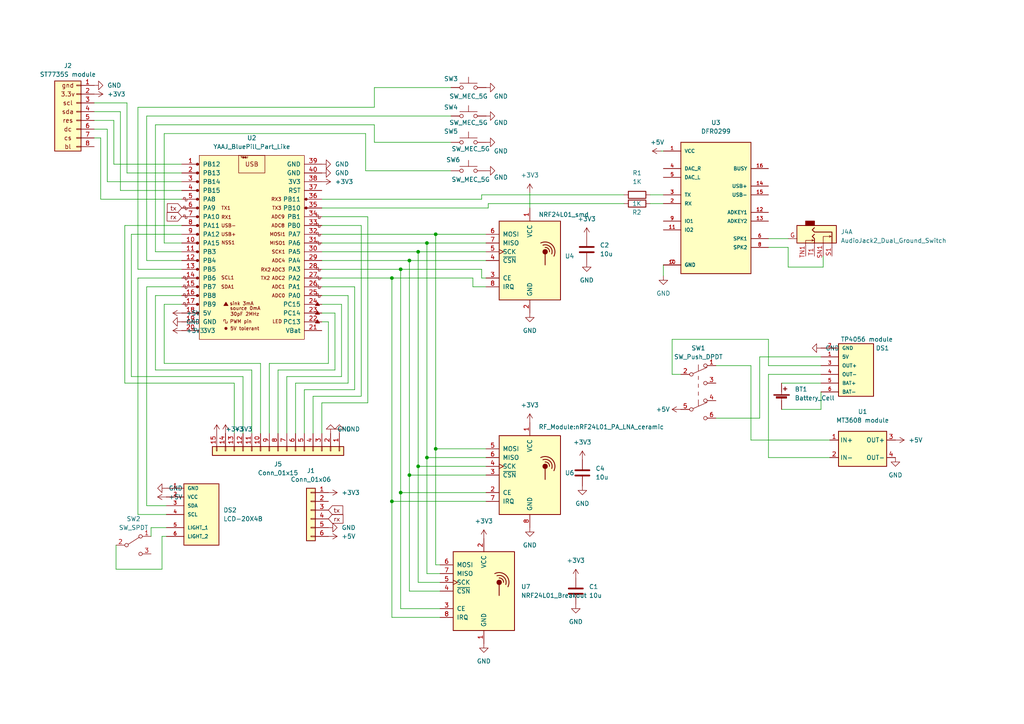
<source format=kicad_sch>
(kicad_sch (version 20230121) (generator eeschema)
  (paper "A4")
  (lib_symbols
    (symbol "Connector_Audio:AudioJack2_Dual_Ground_Switch"
      (property "Reference" "J" (at 0 11.43 0))
      (property "Value" "AudioJack2_Dual_Ground_Switch" (at 0 8.89 0))
      (symbol "AudioJack2_Dual_Ground_Switch_1_1"
        (pin passive line (at 0 -7.62 90) (length 2.54) (name "~") (number "G"))
        (pin passive line (at 5.08 5.08 180) (length 2.54) (name "~") (number "S1"))
        (pin passive line (at 5.08 2.54 180) (length 2.54) (name "~") (number "SN1"))
        (pin passive line (at 5.08 0 180) (length 2.54) (name "~") (number "T1"))
        (pin passive line (at 5.08 -2.54 180) (length 2.54) (name "~") (number "TN1"))
      )
      (symbol "AudioJack2_Dual_Ground_Switch_2_1"
        (pin passive line (at 5.08 5.08 180) (length 2.54) (name "~") (number "S2"))
        (pin passive line (at 5.08 2.54 180) (length 2.54) (name "~") (number "SN2"))
        (pin passive line (at 5.08 0 180) (length 2.54) (name "~") (number "T2"))
        (pin passive line (at 5.08 -2.54 180) (length 2.54) (name "~") (number "TN2"))
      )
    )
    (symbol "Connector_Generic:Conn_01x06" (pin_names (offset 1.016) hide)
      (property "Reference" "J" (at 0 7.62 0))
      (property "Value" "Conn_01x06" (at 0 -10.16 0))
      (symbol "Conn_01x06_1_1"
        (pin passive line (at -5.08 5.08 0) (length 3.81) (name "Pin_1") (number "1"))
        (pin passive line (at -5.08 2.54 0) (length 3.81) (name "Pin_2") (number "2"))
        (pin passive line (at -5.08 0 0) (length 3.81) (name "Pin_3") (number "3"))
        (pin passive line (at -5.08 -2.54 0) (length 3.81) (name "Pin_4") (number "4"))
        (pin passive line (at -5.08 -5.08 0) (length 3.81) (name "Pin_5") (number "5"))
        (pin passive line (at -5.08 -7.62 0) (length 3.81) (name "Pin_6") (number "6"))
      )
    )
    (symbol "Connector_Generic:Conn_01x15" (pin_names (offset 1.016) hide)
      (property "Reference" "J" (at 0 20.32 0))
      (property "Value" "Conn_01x15" (at 0 -20.32 0))
      (symbol "Conn_01x15_1_1"
        (pin passive line (at -5.08 17.78 0) (length 3.81) (name "Pin_1") (number "1"))
        (pin passive line (at -5.08 -5.08 0) (length 3.81) (name "Pin_10") (number "10"))
        (pin passive line (at -5.08 -7.62 0) (length 3.81) (name "Pin_11") (number "11"))
        (pin passive line (at -5.08 -10.16 0) (length 3.81) (name "Pin_12") (number "12"))
        (pin passive line (at -5.08 -12.7 0) (length 3.81) (name "Pin_13") (number "13"))
        (pin passive line (at -5.08 -15.24 0) (length 3.81) (name "Pin_14") (number "14"))
        (pin passive line (at -5.08 -17.78 0) (length 3.81) (name "Pin_15") (number "15"))
        (pin passive line (at -5.08 15.24 0) (length 3.81) (name "Pin_2") (number "2"))
        (pin passive line (at -5.08 12.7 0) (length 3.81) (name "Pin_3") (number "3"))
        (pin passive line (at -5.08 10.16 0) (length 3.81) (name "Pin_4") (number "4"))
        (pin passive line (at -5.08 7.62 0) (length 3.81) (name "Pin_5") (number "5"))
        (pin passive line (at -5.08 5.08 0) (length 3.81) (name "Pin_6") (number "6"))
        (pin passive line (at -5.08 2.54 0) (length 3.81) (name "Pin_7") (number "7"))
        (pin passive line (at -5.08 0 0) (length 3.81) (name "Pin_8") (number "8"))
        (pin passive line (at -5.08 -2.54 0) (length 3.81) (name "Pin_9") (number "9"))
      )
    )
    (symbol "DFR0299:DFR0299" (pin_names (offset 1.016))
      (property "Reference" "U" (at -10.16 18.542 0))
      (property "Value" "DFR0299" (at -10.16 -22.86 0))
      (symbol "DFR0299_0_0"
        (pin power_in line (at 15.24 15.24 180) (length 5.08) (name "VCC") (number "1"))
        (pin power_in line (at 15.24 -17.78 180) (length 5.08) (name "GND") (number "10"))
        (pin bidirectional line (at 15.24 -7.62 180) (length 5.08) (name "IO2") (number "11"))
        (pin input line (at -15.24 -2.54 0) (length 5.08) (name "ADKEY1") (number "12"))
        (pin input line (at -15.24 -5.08 0) (length 5.08) (name "ADKEY2") (number "13"))
        (pin input line (at -15.24 5.08 0) (length 5.08) (name "USB+") (number "14"))
        (pin input line (at -15.24 2.54 0) (length 5.08) (name "USB-") (number "15"))
        (pin input line (at -15.24 10.16 0) (length 5.08) (name "BUSY") (number "16"))
        (pin input line (at 15.24 0 180) (length 5.08) (name "RX") (number "2"))
        (pin output line (at 15.24 2.54 180) (length 5.08) (name "TX") (number "3"))
        (pin output line (at 15.24 10.16 180) (length 5.08) (name "DAC_R") (number "4"))
        (pin output line (at 15.24 7.62 180) (length 5.08) (name "DAC_L") (number "5"))
        (pin passive line (at -15.24 -10.16 0) (length 5.08) (name "SPK1") (number "6"))
        (pin power_in line (at 15.24 -17.78 180) (length 5.08) (name "GND") (number "7"))
        (pin passive line (at -15.24 -12.7 0) (length 5.08) (name "SPK2") (number "8"))
        (pin bidirectional line (at 15.24 -5.08 180) (length 5.08) (name "IO1") (number "9"))
      )
    )
    (symbol "Device:Battery_Cell" (pin_numbers hide) (pin_names (offset 0) hide)
      (property "Reference" "BT" (at 2.54 2.54 0))
      (property "Value" "Battery_Cell" (at 2.54 0 0))
      (symbol "Battery_Cell_1_1"
        (pin passive line (at 0 5.08 270) (length 2.54) (name "+") (number "1"))
        (pin passive line (at 0 -2.54 90) (length 2.54) (name "-") (number "2"))
      )
    )
    (symbol "Device:C" (pin_numbers hide) (pin_names (offset 0.254))
      (property "Reference" "C" (at 0.635 2.54 0))
      (property "Value" "C" (at 0.635 -2.54 0))
      (symbol "C_1_1"
        (pin passive line (at 0 3.81 270) (length 2.794) (name "~") (number "1"))
        (pin passive line (at 0 -3.81 90) (length 2.794) (name "~") (number "2"))
      )
    )
    (symbol "Device:R" (pin_numbers hide) (pin_names (offset 0))
      (property "Reference" "R" (at 2.032 0 90))
      (property "Value" "R" (at 0 0 90))
      (symbol "R_1_1"
        (pin passive line (at 0 3.81 270) (length 1.27) (name "~") (number "1"))
        (pin passive line (at 0 -3.81 90) (length 1.27) (name "~") (number "2"))
      )
    )
    (symbol "LCD-20X4B:LCD-20X4B" (pin_names (offset 1.016))
      (property "Reference" "DS1" (at 0 23.495 0))
      (property "Value" "LCD-20X4B" (at 0 20.955 0))
      (symbol "LCD-20X4B_0_0"
        (pin power_in line (at -17.78 16.51 0) (length 5.08) (name "GND") (number "1"))
        (pin power_in line (at -17.78 13.97 0) (length 5.08) (name "VCC") (number "2"))
        (pin power_in line (at -17.78 11.43 0) (length 5.08) (name "SDA") (number "3"))
        (pin input line (at -17.78 8.89 0) (length 5.08) (name "SCL") (number "4"))
        (pin power_in line (at -17.78 5.08 0) (length 5.08) (name "LIGHT_1") (number "5"))
        (pin power_in line (at -17.78 2.54 0) (length 5.08) (name "LIGHT_2") (number "6"))
      )
    )
    (symbol "LCD-20X4B_1" (pin_names (offset 1.016))
      (property "Reference" "DS2" (at 14.605 1.2701 0))
      (property "Value" "TP4056 module" (at 14.605 -1.2699 0))
      (symbol "LCD-20X4B_1_0_0"
        (pin power_in line (at -17.78 13.97 0) (length 5.08) (name "5V") (number "1"))
        (pin power_in line (at -17.78 16.51 0) (length 5.08) (name "GND") (number "2"))
        (pin power_in line (at -17.78 11.43 0) (length 5.08) (name "OUT+") (number "3"))
        (pin power_in line (at -17.78 8.89 0) (length 5.08) (name "OUT-") (number "4"))
        (pin power_in line (at -17.78 6.35 0) (length 5.08) (name "BAT+") (number "5"))
        (pin input line (at -17.78 3.81 0) (length 5.08) (name "BAT-") (number "6"))
      )
    )
    (symbol "RF2:NRF24L01_smd" (pin_names (offset 1.016))
      (property "Reference" "U2" (at 10.16 1.2701 0))
      (property "Value" "NRF24L01_smd" (at 10.16 -1.2699 0))
      (symbol "NRF24L01_smd_1_1"
        (pin power_in line (at 0 15.24 270) (length 3.81) (name "VCC") (number "1"))
        (pin power_in line (at 0 -15.24 90) (length 3.81) (name "GND") (number "2"))
        (pin input line (at -12.7 -5.08 0) (length 3.81) (name "CE") (number "3"))
        (pin input line (at -12.7 0 0) (length 3.81) (name "~{CSN}") (number "4"))
        (pin input clock (at -12.7 2.54 0) (length 3.81) (name "SCK") (number "5"))
        (pin input line (at -12.7 7.62 0) (length 3.81) (name "MOSI") (number "6"))
        (pin output line (at -12.7 5.08 0) (length 3.81) (name "MISO") (number "7"))
        (pin output line (at -12.7 -7.62 0) (length 3.81) (name "IRQ") (number "8"))
      )
    )
    (symbol "RF:NRF24L01_Breakout" (pin_names (offset 1.016))
      (property "Reference" "U" (at -8.89 12.7 0))
      (property "Value" "NRF24L01_Breakout" (at 3.81 12.7 0))
      (symbol "NRF24L01_Breakout_1_1"
        (pin power_in line (at 0 -15.24 90) (length 3.81) (name "GND") (number "1"))
        (pin power_in line (at 0 15.24 270) (length 3.81) (name "VCC") (number "2"))
        (pin input line (at -12.7 -5.08 0) (length 3.81) (name "CE") (number "3"))
        (pin input line (at -12.7 0 0) (length 3.81) (name "~{CSN}") (number "4"))
        (pin input clock (at -12.7 2.54 0) (length 3.81) (name "SCK") (number "5"))
        (pin input line (at -12.7 7.62 0) (length 3.81) (name "MOSI") (number "6"))
        (pin output line (at -12.7 5.08 0) (length 3.81) (name "MISO") (number "7"))
        (pin output line (at -12.7 -7.62 0) (length 3.81) (name "IRQ") (number "8"))
      )
    )
    (symbol "Regulator_Switching:MT3608"
      (property "Reference" "U1" (at 1.905 10.16 0))
      (property "Value" "MT3608 module" (at 1.905 7.62 0))
      (symbol "MT3608_1_1"
        (pin power_in line (at -7.62 2.54 0) (length 2.54) (name "IN+") (number "1"))
        (pin input line (at -7.62 -2.54 0) (length 2.54) (name "IN-") (number "2"))
        (pin passive line (at 11.43 2.54 180) (length 2.54) (name "OUT+") (number "3"))
        (pin input line (at 11.43 -2.54 180) (length 2.54) (name "OUT-") (number "4"))
      )
    )
    (symbol "Switch:SW_MEC_5G" (pin_numbers hide) (pin_names (offset 1.016) hide)
      (property "Reference" "SW3" (at 0 8.255 0))
      (property "Value" "SW_MEC_5G" (at 0 5.715 0))
      (symbol "SW_MEC_5G_0_1"
        (pin passive line (at -5.08 0 0) (length 2.54) (name "A") (number "1"))
        (pin passive line (at 5.08 0 180) (length 2.54) (name "B") (number "2"))
      )
      (symbol "SW_MEC_5G_1_1"
        (pin passive line (at -5.08 0 0) (length 2.54) hide (name "A") (number "1"))
        (pin passive line (at 5.08 0 180) (length 2.54) hide (name "B") (number "2"))
      )
    )
    (symbol "Switch:SW_Push_DPDT" (pin_names (offset 0) hide)
      (property "Reference" "SW" (at 0 8.89 0))
      (property "Value" "SW_Push_DPDT" (at 0 -10.16 0))
      (symbol "SW_Push_DPDT_1_1"
        (pin passive line (at 5.08 7.62 180) (length 2.54) (name "A") (number "1"))
        (pin passive line (at -5.08 5.08 0) (length 2.54) (name "B") (number "2"))
        (pin passive line (at 5.08 2.54 180) (length 2.54) (name "C") (number "3"))
        (pin passive line (at 5.08 -2.54 180) (length 2.54) (name "A") (number "4"))
        (pin passive line (at -5.08 -5.08 0) (length 2.54) (name "B") (number "5"))
        (pin passive line (at 5.08 -7.62 180) (length 2.54) (name "C") (number "6"))
      )
    )
    (symbol "Switch:SW_SPDT" (pin_names (offset 0) hide)
      (property "Reference" "SW" (at 0 4.318 0))
      (property "Value" "SW_SPDT" (at 0 -5.08 0))
      (symbol "SW_SPDT_1_1"
        (pin passive line (at 5.08 2.54 180) (length 2.54) (name "A") (number "1"))
        (pin passive line (at -5.08 0 0) (length 2.54) (name "B") (number "2"))
        (pin passive line (at 5.08 -2.54 180) (length 2.54) (name "C") (number "3"))
      )
    )
    (symbol "YAAJ_BluePill_Part_Like:YAAJ_BluePill_Part_Like" (pin_names (offset 1.016))
      (property "Reference" "U" (at -12.7 25.4 0))
      (property "Value" "YAAJ_BluePill_Part_Like" (at 0 2.54 90))
      (symbol "YAAJ_BluePill_Part_Like_0_0"
        (text "30pF 2MHz" (at -2.032 -20.574 0) (effects (font (size 0.9906 0.9906))))
        (text "5V tolerant" (at -2.032 -24.765 0) (effects (font (size 0.9906 0.9906))))
        (text "ADC0" (at 7.747 -15.24 0) (effects (font (size 0.9906 0.9906))))
        (text "ADC1" (at 7.747 -12.7 0) (effects (font (size 0.9906 0.9906))))
        (text "ADC2" (at 7.747 -10.16 0) (effects (font (size 0.9906 0.9906))))
        (text "ADC3" (at 7.747 -7.747 0) (effects (font (size 0.9906 0.9906))))
        (text "ADC4" (at 7.747 -5.08 0) (effects (font (size 0.9906 0.9906))))
        (text "ADC8" (at 7.62 5.08 0) (effects (font (size 0.9906 0.9906))))
        (text "ADC9" (at 7.62 7.62 0) (effects (font (size 0.9906 0.9906))))
        (text "LED" (at 7.366 -22.733 0) (effects (font (size 0.9906 0.9906))))
        (text "MISO1" (at 7.493 0 0) (effects (font (size 0.9906 0.9906))))
        (text "MOSI1" (at 7.493 2.54 0) (effects (font (size 0.9906 0.9906))))
        (text "NSS1" (at -6.858 0.127 0) (effects (font (size 0.9906 0.9906))))
        (text "PWM pin" (at -3.175 -22.733 0) (effects (font (size 0.9906 0.9906))))
        (text "RX1" (at -7.366 7.493 0) (effects (font (size 0.9906 0.9906))))
        (text "RX2" (at 4.064 -7.747 0) (effects (font (size 0.9906 0.9906))))
        (text "RX3" (at 7.112 12.7 0) (effects (font (size 0.9906 0.9906))))
        (text "SCK1" (at 7.747 -2.54 0) (effects (font (size 0.9906 0.9906))))
        (text "SCL1" (at -6.985 -10.033 0) (effects (font (size 0.9906 0.9906))))
        (text "SDA1" (at -6.985 -12.7 0) (effects (font (size 0.9906 0.9906))))
        (text "sink 3mA" (at -2.921 -17.526 0) (effects (font (size 0.9906 0.9906))))
        (text "source 0mA" (at -1.905 -18.923 0) (effects (font (size 0.9906 0.9906))))
        (text "TX1" (at -7.493 10.16 0) (effects (font (size 0.9906 0.9906))))
        (text "TX2" (at 3.937 -10.16 0) (effects (font (size 0.9906 0.9906))))
        (text "TX3" (at 7.239 10.16 0) (effects (font (size 0.9906 0.9906))))
        (text "USB" (at 0 22.86 0) (effects (font (size 1.27 1.27))))
        (text "USB+" (at -6.731 2.54 0) (effects (font (size 0.9906 0.9906))))
        (text "USB-" (at -6.731 5.08 0) (effects (font (size 0.9906 0.9906))))
        (text "Y@@J" (at -2.159 24.892 0) (effects (font (size 0.508 0.508))))
      )
      (symbol "YAAJ_BluePill_Part_Like_1_1"
        (pin bidirectional line (at -20.32 22.86 0) (length 5.08) (name "PB12") (number "1"))
        (pin bidirectional line (at -20.32 0 0) (length 5.08) (name "PA15") (number "10"))
        (pin bidirectional line (at -20.32 -2.54 0) (length 5.08) (name "PB3") (number "11"))
        (pin bidirectional line (at -20.32 -5.08 0) (length 5.08) (name "PB4") (number "12"))
        (pin bidirectional line (at -20.32 -7.62 0) (length 5.08) (name "PB5") (number "13"))
        (pin bidirectional line (at -20.32 -10.16 0) (length 5.08) (name "PB6") (number "14"))
        (pin bidirectional line (at -20.32 -12.7 0) (length 5.08) (name "PB7") (number "15"))
        (pin bidirectional line (at -20.32 -15.24 0) (length 5.08) (name "PB8") (number "16"))
        (pin bidirectional line (at -20.32 -17.78 0) (length 5.08) (name "PB9") (number "17"))
        (pin power_in line (at -20.32 -20.32 0) (length 5.08) (name "5V") (number "18"))
        (pin power_in line (at -20.32 -22.86 0) (length 5.08) (name "GND") (number "19"))
        (pin bidirectional line (at -20.32 20.32 0) (length 5.08) (name "PB13") (number "2"))
        (pin power_in line (at -20.32 -25.4 0) (length 5.08) (name "3V3") (number "20"))
        (pin power_in line (at 20.32 -25.4 180) (length 5.08) (name "VBat") (number "21"))
        (pin bidirectional line (at 20.32 -22.86 180) (length 5.08) (name "PC13") (number "22"))
        (pin bidirectional line (at 20.32 -20.32 180) (length 5.08) (name "PC14") (number "23"))
        (pin bidirectional line (at 20.32 -17.78 180) (length 5.08) (name "PC15") (number "24"))
        (pin bidirectional line (at 20.32 -15.24 180) (length 5.08) (name "PA0") (number "25"))
        (pin bidirectional line (at 20.32 -12.7 180) (length 5.08) (name "PA1") (number "26"))
        (pin bidirectional line (at 20.32 -10.16 180) (length 5.08) (name "PA2") (number "27"))
        (pin bidirectional line (at 20.32 -7.62 180) (length 5.08) (name "PA3") (number "28"))
        (pin bidirectional line (at 20.32 -5.08 180) (length 5.08) (name "PA4") (number "29"))
        (pin bidirectional line (at -20.32 17.78 0) (length 5.08) (name "PB14") (number "3"))
        (pin bidirectional line (at 20.32 -2.54 180) (length 5.08) (name "PA5") (number "30"))
        (pin bidirectional line (at 20.32 0 180) (length 5.08) (name "PA6") (number "31"))
        (pin bidirectional line (at 20.32 2.54 180) (length 5.08) (name "PA7") (number "32"))
        (pin bidirectional line (at 20.32 5.08 180) (length 5.08) (name "PB0") (number "33"))
        (pin bidirectional line (at 20.32 7.62 180) (length 5.08) (name "PB1") (number "34"))
        (pin bidirectional line (at 20.32 10.16 180) (length 5.08) (name "PB10") (number "35"))
        (pin bidirectional line (at 20.32 12.7 180) (length 5.08) (name "PB11") (number "36"))
        (pin input line (at 20.32 15.24 180) (length 5.08) (name "RST") (number "37"))
        (pin power_in line (at 20.32 17.78 180) (length 5.08) (name "3V3") (number "38"))
        (pin power_in line (at 20.32 22.86 180) (length 5.08) (name "GND") (number "39"))
        (pin bidirectional line (at -20.32 15.24 0) (length 5.08) (name "PB15") (number "4"))
        (pin power_in line (at 20.32 20.32 180) (length 5.08) (name "GND") (number "40"))
        (pin bidirectional line (at -20.32 12.7 0) (length 5.08) (name "PA8") (number "5"))
        (pin bidirectional line (at -20.32 10.16 0) (length 5.08) (name "PA9") (number "6"))
        (pin bidirectional line (at -20.32 7.62 0) (length 5.08) (name "PA10") (number "7"))
        (pin bidirectional line (at -20.32 5.08 0) (length 5.08) (name "PA11") (number "8"))
        (pin bidirectional line (at -20.32 2.54 0) (length 5.08) (name "PA12") (number "9"))
      )
    )
    (symbol "my:RF_Module{colon}nRF24L01_PA_LNA_ceramic" (pin_names (offset 1.016))
      (property "Reference" "U6" (at 10.795 1.2701 0))
      (property "Value" "RF_Module:nRF24L01_PA_LNA_ceramic" (at 10.795 -1.2699 0))
      (symbol "RF_Module{colon}nRF24L01_PA_LNA_ceramic_1_1"
        (pin power_in line (at 0 15.24 270) (length 3.81) (name "VCC") (number "1"))
        (pin input line (at -12.7 -5.08 0) (length 3.81) (name "CE") (number "2"))
        (pin input line (at -12.7 0 0) (length 3.81) (name "~{CSN}") (number "3"))
        (pin input clock (at -12.7 2.54 0) (length 3.81) (name "SCK") (number "4"))
        (pin input line (at -12.7 7.62 0) (length 3.81) (name "MOSI") (number "5"))
        (pin output line (at -12.7 5.08 0) (length 3.81) (name "MISO") (number "6"))
        (pin output line (at -12.7 -7.62 0) (length 3.81) (name "IRQ") (number "7"))
        (pin power_in line (at 0 -15.24 90) (length 3.81) (name "GND") (number "8"))
      )
    )
    (symbol "my:ST7735S_module" (pin_names (offset 1.016) hide)
      (property "Reference" "J2" (at 0 13.335 0))
      (property "Value" "ST7735S module" (at 0 10.795 0))
      (symbol "ST7735S_module_1_1"
        (text "3.3v\n" (at 2.54 5.08 0) (effects (font (size 1.27 1.27))))
        (text "bl" (at 2.54 -10.16 0) (effects (font (size 1.27 1.27))))
        (text "cs" (at 2.54 -7.62 0) (effects (font (size 1.27 1.27))))
        (text "dc" (at 2.54 -5.08 0) (effects (font (size 1.27 1.27))))
        (text "gnd" (at 2.54 7.62 0) (effects (font (size 1.27 1.27))))
        (text "res" (at 2.54 -2.54 0) (effects (font (size 1.27 1.27))))
        (text "scl" (at 2.54 2.54 0) (effects (font (size 1.27 1.27))))
        (text "sda" (at 2.54 0 0) (effects (font (size 1.27 1.27))))
        (pin passive line (at -5.08 7.62 0) (length 3.81) (name "Pin_1") (number "1"))
        (pin passive line (at -5.08 5.08 0) (length 3.81) (name "Pin_2") (number "2"))
        (pin passive line (at -5.08 2.54 0) (length 3.81) (name "Pin_3") (number "3"))
        (pin passive line (at -5.08 0 0) (length 3.81) (name "Pin_4") (number "4"))
        (pin passive line (at -5.08 -2.54 0) (length 3.81) (name "Pin_5") (number "5"))
        (pin passive line (at -5.08 -5.08 0) (length 3.81) (name "Pin_6") (number "6"))
        (pin passive line (at -5.08 -7.62 0) (length 3.81) (name "Pin_7") (number "7"))
        (pin passive line (at -5.08 -10.16 0) (length 3.81) (name "Pin_8") (number "8"))
      )
    )
    (symbol "power:+3.3V" (power) (pin_names (offset 0))
      (property "Value" "+3.3V" (at 0 3.556 0))
      (symbol "+3.3V_1_1"
        (pin power_in line (at 0 0 90) (length 0) hide (name "+3V3") (number "1"))
      )
    )
    (symbol "power:+5V" (power) (pin_names (offset 0))
      (property "Value" "+5V" (at 0 3.556 0))
      (symbol "+5V_1_1"
        (pin power_in line (at 0 0 90) (length 0) hide (name "+5V") (number "1"))
      )
    )
    (symbol "power:GND" (power) (pin_names (offset 0))
      (property "Value" "GND" (at 0 -3.81 0))
      (symbol "GND_1_1"
        (pin power_in line (at 0 0 270) (length 0) hide (name "GND") (number "1"))
      )
    )
  )
  (junction (at 113.665 80.645))
  (junction (at 118.745 75.565))
  (junction (at 123.825 70.485))
  (junction (at 116.205 78.105))
  (junction (at 121.285 135.255))
  (junction (at 126.365 67.945))
  (junction (at 123.825 132.715))
  (junction (at 113.665 145.415))
  (junction (at 116.205 142.875))
  (junction (at 121.285 73.025))
  (junction (at 118.745 137.795))
  (junction (at 126.365 130.175))
  (wire (pts (xy 52.705 47.625) (xy 33.02 47.625)))
  (wire (pts (xy 118.745 75.565) (xy 118.745 137.795)))
  (wire (pts (xy 47.625 70.485) (xy 52.705 70.485)))
  (wire (pts (xy 93.345 93.345) (xy 95.25 93.345)))
  (wire (pts (xy 36.83 29.845) (xy 27.305 29.845)))
  (wire (pts (xy 99.06 88.265) (xy 99.06 109.22)))
  (wire (pts (xy 220.345 121.285) (xy 220.345 103.505)))
  (wire (pts (xy 207.645 106.045) (xy 217.805 106.045)))
  (wire (pts (xy 108.585 41.275) (xy 130.81 41.275)))
  (wire (pts (xy 127.635 166.37) (xy 123.825 166.37)))
  (wire (pts (xy 192.405 80.01) (xy 192.405 76.835)))
  (wire (pts (xy 93.345 57.785) (xy 139.7 57.785)))
  (wire (pts (xy 238.125 106.045) (xy 222.885 106.045)))
  (wire (pts (xy 45.085 36.195) (xy 108.585 36.195)))
  (wire (pts (xy 29.21 40.005) (xy 27.305 40.005)))
  (wire (pts (xy 46.99 155.575) (xy 48.26 155.575)))
  (wire (pts (xy 52.705 57.785) (xy 29.21 57.785)))
  (wire (pts (xy 126.365 163.83) (xy 126.365 130.175)))
  (wire (pts (xy 40.005 80.645) (xy 52.705 80.645)))
  (wire (pts (xy 238.76 77.47) (xy 228.6 77.47)))
  (wire (pts (xy 70.485 109.22) (xy 70.485 125.73)))
  (wire (pts (xy 127.635 176.53) (xy 116.205 176.53)))
  (wire (pts (xy 48.26 149.225) (xy 40.005 149.225)))
  (wire (pts (xy 31.115 37.465) (xy 27.305 37.465)))
  (wire (pts (xy 126.365 130.175) (xy 140.97 130.175)))
  (wire (pts (xy 52.705 50.165) (xy 36.83 50.165)))
  (wire (pts (xy 108.585 36.195) (xy 108.585 41.275)))
  (wire (pts (xy 38.1 67.945) (xy 38.1 109.22)))
  (wire (pts (xy 33.655 165.1) (xy 46.99 165.1)))
  (wire (pts (xy 188.595 56.515) (xy 192.405 56.515)))
  (wire (pts (xy 36.195 111.125) (xy 67.945 111.125)))
  (wire (pts (xy 93.345 70.485) (xy 123.825 70.485)))
  (wire (pts (xy 45.085 107.315) (xy 73.025 107.315)))
  (wire (pts (xy 47.625 38.735) (xy 106.045 38.735)))
  (wire (pts (xy 42.545 33.655) (xy 130.81 33.655)))
  (wire (pts (xy 34.925 32.385) (xy 27.305 32.385)))
  (wire (pts (xy 40.005 149.225) (xy 40.005 80.645)))
  (wire (pts (xy 108.585 25.4) (xy 130.81 25.4)))
  (wire (pts (xy 83.185 109.22) (xy 83.185 125.73)))
  (wire (pts (xy 123.825 70.485) (xy 123.825 132.715)))
  (wire (pts (xy 139.7 78.105) (xy 116.205 78.105)))
  (wire (pts (xy 42.545 75.565) (xy 52.705 75.565)))
  (wire (pts (xy 137.16 80.645) (xy 113.665 80.645)))
  (wire (pts (xy 127.635 171.45) (xy 118.745 171.45)))
  (wire (pts (xy 222.885 71.755) (xy 228.6 71.755)))
  (wire (pts (xy 93.345 73.025) (xy 121.285 73.025)))
  (wire (pts (xy 52.705 65.405) (xy 36.195 65.405)))
  (wire (pts (xy 121.285 73.025) (xy 140.97 73.025)))
  (wire (pts (xy 93.345 116.84) (xy 93.345 125.73)))
  (wire (pts (xy 36.195 65.405) (xy 36.195 111.125)))
  (wire (pts (xy 141.605 59.055) (xy 141.605 60.325)))
  (wire (pts (xy 104.775 65.405) (xy 104.775 114.935)))
  (wire (pts (xy 88.265 113.03) (xy 88.265 125.73)))
  (wire (pts (xy 34.925 55.245) (xy 34.925 32.385)))
  (wire (pts (xy 93.345 85.725) (xy 100.965 85.725)))
  (wire (pts (xy 228.6 77.47) (xy 228.6 71.755)))
  (wire (pts (xy 52.705 85.725) (xy 45.085 85.725)))
  (wire (pts (xy 140.97 80.645) (xy 139.7 80.645)))
  (wire (pts (xy 29.21 57.785) (xy 29.21 40.005)))
  (wire (pts (xy 78.105 105.41) (xy 78.105 125.73)))
  (wire (pts (xy 90.805 114.935) (xy 90.805 125.73)))
  (wire (pts (xy 45.085 73.025) (xy 52.705 73.025)))
  (wire (pts (xy 238.125 108.585) (xy 222.885 108.585)))
  (wire (pts (xy 121.285 73.025) (xy 121.285 135.255)))
  (wire (pts (xy 123.825 166.37) (xy 123.825 132.715)))
  (wire (pts (xy 116.205 78.105) (xy 116.205 142.875)))
  (wire (pts (xy 93.345 90.805) (xy 97.155 90.805)))
  (wire (pts (xy 127.635 168.91) (xy 121.285 168.91)))
  (wire (pts (xy 52.705 67.945) (xy 38.1 67.945)))
  (wire (pts (xy 43.815 153.035) (xy 48.26 153.035)))
  (wire (pts (xy 226.695 111.125) (xy 238.125 111.125)))
  (wire (pts (xy 113.665 80.645) (xy 113.665 145.415)))
  (wire (pts (xy 123.825 132.715) (xy 140.97 132.715)))
  (wire (pts (xy 40.005 78.105) (xy 40.005 31.115)))
  (wire (pts (xy 127.635 179.07) (xy 113.665 179.07)))
  (wire (pts (xy 52.705 52.705) (xy 31.115 52.705)))
  (wire (pts (xy 126.365 67.945) (xy 140.97 67.945)))
  (wire (pts (xy 113.665 179.07) (xy 113.665 145.415)))
  (wire (pts (xy 67.945 111.125) (xy 67.945 125.73)))
  (wire (pts (xy 93.345 65.405) (xy 104.775 65.405)))
  (wire (pts (xy 126.365 67.945) (xy 126.365 130.175)))
  (wire (pts (xy 106.045 38.735) (xy 106.045 49.53)))
  (wire (pts (xy 99.06 109.22) (xy 83.185 109.22)))
  (wire (pts (xy 141.605 60.325) (xy 93.345 60.325)))
  (wire (pts (xy 118.745 171.45) (xy 118.745 137.795)))
  (wire (pts (xy 106.045 49.53) (xy 130.81 49.53)))
  (wire (pts (xy 139.7 56.515) (xy 180.975 56.515)))
  (wire (pts (xy 47.625 88.265) (xy 47.625 105.41)))
  (wire (pts (xy 180.975 59.055) (xy 141.605 59.055)))
  (wire (pts (xy 127.635 163.83) (xy 126.365 163.83)))
  (wire (pts (xy 93.345 62.865) (xy 106.68 62.865)))
  (wire (pts (xy 140.97 83.185) (xy 137.16 83.185)))
  (wire (pts (xy 33.02 47.625) (xy 33.02 34.925)))
  (wire (pts (xy 140.97 145.415) (xy 113.665 145.415)))
  (wire (pts (xy 42.545 146.685) (xy 42.545 83.185)))
  (wire (pts (xy 36.83 50.165) (xy 36.83 29.845)))
  (wire (pts (xy 106.68 62.865) (xy 106.68 116.84)))
  (wire (pts (xy 93.345 83.185) (xy 102.87 83.185)))
  (wire (pts (xy 45.085 85.725) (xy 45.085 107.315)))
  (wire (pts (xy 80.645 107.315) (xy 80.645 125.73)))
  (wire (pts (xy 140.97 142.875) (xy 116.205 142.875)))
  (wire (pts (xy 100.965 111.125) (xy 85.725 111.125)))
  (wire (pts (xy 48.26 146.685) (xy 42.545 146.685)))
  (wire (pts (xy 188.595 59.055) (xy 192.405 59.055)))
  (wire (pts (xy 75.565 105.41) (xy 75.565 125.73)))
  (wire (pts (xy 238.125 118.745) (xy 238.125 113.665)))
  (wire (pts (xy 238.76 74.295) (xy 238.76 77.47)))
  (wire (pts (xy 43.815 155.575) (xy 43.815 153.035)))
  (wire (pts (xy 222.885 69.215) (xy 228.6 69.215)))
  (wire (pts (xy 139.7 80.645) (xy 139.7 78.105)))
  (wire (pts (xy 31.115 52.705) (xy 31.115 37.465)))
  (wire (pts (xy 108.585 31.115) (xy 108.585 25.4)))
  (wire (pts (xy 40.005 31.115) (xy 108.585 31.115)))
  (wire (pts (xy 47.625 70.485) (xy 47.625 38.735)))
  (wire (pts (xy 121.285 168.91) (xy 121.285 135.255)))
  (wire (pts (xy 45.085 73.025) (xy 45.085 36.195)))
  (wire (pts (xy 106.68 116.84) (xy 93.345 116.84)))
  (wire (pts (xy 116.205 176.53) (xy 116.205 142.875)))
  (wire (pts (xy 222.885 132.715) (xy 240.665 132.715)))
  (wire (pts (xy 113.665 80.645) (xy 93.345 80.645)))
  (wire (pts (xy 93.345 75.565) (xy 118.745 75.565)))
  (wire (pts (xy 222.885 108.585) (xy 222.885 132.715)))
  (wire (pts (xy 222.885 98.425) (xy 194.945 98.425)))
  (wire (pts (xy 102.87 113.03) (xy 88.265 113.03)))
  (wire (pts (xy 226.695 118.745) (xy 238.125 118.745)))
  (wire (pts (xy 207.645 121.285) (xy 220.345 121.285)))
  (wire (pts (xy 95.25 93.345) (xy 95.25 105.41)))
  (wire (pts (xy 47.625 105.41) (xy 75.565 105.41)))
  (wire (pts (xy 52.705 55.245) (xy 34.925 55.245)))
  (wire (pts (xy 217.805 106.045) (xy 217.805 127.635)))
  (wire (pts (xy 100.965 85.725) (xy 100.965 111.125)))
  (wire (pts (xy 191.77 43.815) (xy 192.405 43.815)))
  (wire (pts (xy 222.885 106.045) (xy 222.885 98.425)))
  (wire (pts (xy 85.725 111.125) (xy 85.725 125.73)))
  (wire (pts (xy 153.67 55.88) (xy 153.67 60.325)))
  (wire (pts (xy 140.97 137.795) (xy 118.745 137.795)))
  (wire (pts (xy 194.945 98.425) (xy 194.945 108.585)))
  (wire (pts (xy 97.155 90.805) (xy 97.155 107.315)))
  (wire (pts (xy 102.87 83.185) (xy 102.87 113.03)))
  (wire (pts (xy 52.705 88.265) (xy 47.625 88.265)))
  (wire (pts (xy 97.155 107.315) (xy 80.645 107.315)))
  (wire (pts (xy 104.775 114.935) (xy 90.805 114.935)))
  (wire (pts (xy 46.99 165.1) (xy 46.99 155.575)))
  (wire (pts (xy 73.025 107.315) (xy 73.025 125.73)))
  (wire (pts (xy 220.345 103.505) (xy 238.125 103.505)))
  (wire (pts (xy 95.25 105.41) (xy 78.105 105.41)))
  (wire (pts (xy 93.345 88.265) (xy 99.06 88.265)))
  (wire (pts (xy 33.02 34.925) (xy 27.305 34.925)))
  (wire (pts (xy 139.7 57.785) (xy 139.7 56.515)))
  (wire (pts (xy 38.1 109.22) (xy 70.485 109.22)))
  (wire (pts (xy 123.825 70.485) (xy 140.97 70.485)))
  (wire (pts (xy 42.545 83.185) (xy 52.705 83.185)))
  (wire (pts (xy 118.745 75.565) (xy 140.97 75.565)))
  (wire (pts (xy 137.16 83.185) (xy 137.16 80.645)))
  (wire (pts (xy 93.345 67.945) (xy 126.365 67.945)))
  (wire (pts (xy 42.545 75.565) (xy 42.545 33.655)))
  (wire (pts (xy 52.705 78.105) (xy 40.005 78.105)))
  (wire (pts (xy 140.97 135.255) (xy 121.285 135.255)))
  (wire (pts (xy 217.805 127.635) (xy 240.665 127.635)))
  (wire (pts (xy 194.945 108.585) (xy 197.485 108.585)))
  (wire (pts (xy 33.655 158.115) (xy 33.655 165.1)))
  (wire (pts (xy 116.205 78.105) (xy 93.345 78.105)))
  (global_label "rx" (shape input) (at 95.25 150.495 0) (property "Intersheetrefs" "${INTERSHEET_REFS}" (effects hide)))
  (global_label "tx" (shape input) (at 95.25 147.955 0) (property "Intersheetrefs" "${INTERSHEET_REFS}" (effects hide)))
  (global_label "tx" (shape input) (at 52.705 60.325 180) (property "Intersheetrefs" "${INTERSHEET_REFS}" (effects hide)))
  (global_label "rx" (shape input) (at 52.705 62.865 180) (property "Intersheetrefs" "${INTERSHEET_REFS}" (effects hide)))
  (symbol (lib_id "power:GND") (at 52.705 93.345 270) (unit 1)
    (property "Reference" "#PWR06" (effects hide))
    (property "Value" "GND" (at 53.975 93.3449 90) (effects (justify left)))
  )
  (symbol (lib_id "power:GND") (at 167.005 175.26 0) (unit 1)
    (property "Reference" "#PWR025" (effects hide))
    (property "Value" "GND" (at 167.005 180.34 0))
  )
  (symbol (lib_id "Switch:SW_Push_DPDT") (at 202.565 113.665 0) (unit 1)
    (property "Reference" "SW1" (at 202.565 100.965 0))
    (property "Value" "SW_Push_DPDT" (at 202.565 103.505 0))
    (property "Footprint" "Button_Switch_THT:SW_Push_2P2T_Toggle_CK_PVA2xxH1xxxxxxV2" (effects hide))
  )
  (symbol (lib_id "power:GND") (at 170.18 76.2 0) (unit 1)
    (property "Reference" "#PWR027" (effects hide))
    (property "Value" "GND" (at 170.18 81.28 0))
  )
  (symbol (lib_id "power:GND") (at 98.425 125.73 180) (unit 1)
    (property "Reference" "#PWR0109" (effects hide))
    (property "Value" "GND" (at 100.33 124.4599 0) (effects (justify right)))
  )
  (symbol (lib_id "power:GND") (at 259.715 132.715 0) (unit 1)
    (property "Reference" "#PWR04" (effects hide))
    (property "Value" "GND" (at 259.715 137.795 0))
  )
  (symbol (lib_id "power:+5V") (at 197.485 118.745 90) (unit 1)
    (property "Reference" "#PWR01" (effects hide))
    (property "Value" "+5V" (at 194.31 118.7449 90) (effects (justify left)))
  )
  (symbol (lib_id "my:RF_Module{colon}nRF24L01_PA_LNA_ceramic") (at 153.67 137.795 0) (unit 1)
    (property "Reference" "U6" (at 163.83 137.16 0) (effects (justify left)))
    (property "Value" "RF_Module:nRF24L01_PA_LNA_ceramic" (at 156.21 123.825 0) (effects (justify left)))
    (property "Footprint" "sam:nRF24L01_PA_LNA_Breakout_smd" (effects hide))
    (property "Datasheet" "http://www.nordicsemi.com/eng/content/download/2730/34105/file/nRF24L01_Product_Specification_v2_0.pdf" (effects hide))
  )
  (symbol (lib_id "power:+3.3V") (at 170.18 68.58 0) (unit 1)
    (property "Reference" "#PWR026" (effects hide))
    (property "Value" "+3.3V" (at 170.18 63.5 0))
  )
  (symbol (lib_id "power:+3.3V") (at 52.705 95.885 90) (unit 1)
    (property "Reference" "#PWR07" (effects hide))
    (property "Value" "+3.3V" (at 53.975 95.8849 90) (effects (justify right)))
  )
  (symbol (lib_id "power:GND") (at 95.885 125.73 180) (unit 1)
    (property "Reference" "#PWR0110" (effects hide))
    (property "Value" "GND" (at 97.79 124.4599 0) (effects (justify right)))
  )
  (symbol (lib_id "Device:R") (at 184.785 59.055 90) (unit 1)
    (property "Reference" "R2" (at 186.055 61.595 90) (effects (justify left)))
    (property "Value" "1K" (at 186.055 59.055 90) (effects (justify left)))
    (property "Footprint" "Resistor_SMD:R_0805_2012Metric_Pad1.20x1.40mm_HandSolder" (effects hide))
  )
  (symbol (lib_id "power:+3.3V") (at 27.305 27.305 270) (unit 1)
    (property "Reference" "#PWR021" (effects hide))
    (property "Value" "+3.3V" (at 31.115 27.3049 90) (effects (justify left)))
  )
  (symbol (lib_id "power:GND") (at 140.97 49.53 90) (mirror x) (unit 1)
    (property "Reference" "#PWR0104" (effects hide))
    (property "Value" "GND" (at 147.32 51.435 90) (effects (justify left)))
  )
  (symbol (lib_id "power:+3.3V") (at 140.335 156.21 0) (unit 1)
    (property "Reference" "#PWR0105" (effects hide))
    (property "Value" "+3.3V" (at 140.335 151.13 0))
  )
  (symbol (lib_id "RF:NRF24L01_Breakout") (at 140.335 171.45 0) (unit 1)
    (property "Reference" "U7" (at 151.13 170.1799 0) (effects (justify left)))
    (property "Value" "NRF24L01_Breakout" (at 151.13 172.7199 0) (effects (justify left)))
    (property "Footprint" "sam:nRF24L01_PA_LNA_Breakout" (effects hide))
    (property "Datasheet" "http://www.nordicsemi.com/eng/content/download/2730/34105/file/nRF24L01_Product_Specification_v2_0.pdf" (effects hide))
  )
  (symbol (lib_id "power:+3.3V") (at 95.25 142.875 270) (unit 1)
    (property "Reference" "#PWR010" (effects hide))
    (property "Value" "+3.3V" (at 99.06 142.8749 90) (effects (justify left)))
  )
  (symbol (lib_id "power:GND") (at 27.305 24.765 90) (unit 1)
    (property "Reference" "#PWR020" (effects hide))
    (property "Value" "GND" (at 31.115 24.7649 90) (effects (justify right)))
  )
  (symbol (lib_id "my:ST7735S_module") (at 22.225 32.385 0) (mirror y) (unit 1)
    (property "Reference" "J2" (at 19.685 19.05 0))
    (property "Value" "ST7735S module" (at 19.685 21.59 0))
    (property "Footprint" "sam:st7735s module" (effects hide))
  )
  (symbol (lib_id "power:GND") (at 95.25 153.035 90) (unit 1)
    (property "Reference" "#PWR011" (effects hide))
    (property "Value" "GND" (at 99.06 153.0349 90) (effects (justify right)))
  )
  (symbol (lib_id "power:+5V") (at 95.25 155.575 270) (unit 1)
    (property "Reference" "#PWR012" (effects hide))
    (property "Value" "+5V" (at 99.06 155.5749 90) (effects (justify left)))
  )
  (symbol (lib_id "power:GND") (at 238.125 100.965 270) (unit 1)
    (property "Reference" "#PWR02" (effects hide))
    (property "Value" "GND" (at 239.395 100.9649 90) (effects (justify left)))
  )
  (symbol (lib_id "Device:R") (at 184.785 56.515 90) (unit 1)
    (property "Reference" "R1" (at 184.785 50.165 90))
    (property "Value" "1K" (at 184.785 52.705 90))
    (property "Footprint" "Resistor_SMD:R_0805_2012Metric_Pad1.20x1.40mm_HandSolder" (effects hide))
  )
  (symbol (lib_name "LCD-20X4B_1") (lib_id "LCD-20X4B:LCD-20X4B") (at 255.905 117.475 0) (unit 1)
    (property "Reference" "DS1" (at 254 100.965 0) (effects (justify left)))
    (property "Value" "TP4056 module" (at 243.84 98.425 0) (effects (justify left)))
    (property "Footprint" "sam:TP4056-18650" (effects hide))
    (property "STANDARD" "Manufacturer Recommendations" (effects hide))
    (property "MAXIMUM_PACKAGE_HEIGHT" "14 mm" (effects hide))
    (property "MANUFACTURER" "Gravitech" (effects hide))
    (property "PARTREV" "N/A" (effects hide))
  )
  (symbol (lib_id "RF2:NRF24L01_smd") (at 153.67 75.565 0) (unit 1)
    (property "Reference" "U4" (at 163.83 74.2949 0) (effects (justify left)))
    (property "Value" "NRF24L01_smd" (at 156.21 62.23 0) (effects (justify left)))
    (property "Footprint" "Keyplus_nordic:NRF24L01-Module-SMD" (effects hide))
    (property "Datasheet" "http://www.nordicsemi.com/eng/content/download/2730/34105/file/nRF24L01_Product_Specification_v2_0.pdf" (effects hide))
  )
  (symbol (lib_id "power:GND") (at 140.97 25.4 90) (mirror x) (unit 1)
    (property "Reference" "#PWR0101" (effects hide))
    (property "Value" "GND" (at 147.32 27.94 90) (effects (justify left)))
  )
  (symbol (lib_id "power:GND") (at 153.67 153.035 0) (unit 1)
    (property "Reference" "#PWR023" (effects hide))
    (property "Value" "GND" (at 153.67 158.115 0))
  )
  (symbol (lib_id "power:+3.3V") (at 62.865 125.73 0) (unit 1)
    (property "Reference" "#PWR0112" (effects hide))
    (property "Value" "+3.3V" (at 65.405 124.4599 0) (effects (justify left)))
  )
  (symbol (lib_id "power:+5V") (at 52.705 90.805 90) (unit 1)
    (property "Reference" "#PWR05" (effects hide))
    (property "Value" "+5V" (at 53.975 90.8049 90) (effects (justify right)))
  )
  (symbol (lib_id "Regulator_Switching:MT3608") (at 248.285 130.175 0) (unit 1)
    (property "Reference" "U1" (at 250.19 119.38 0))
    (property "Value" "MT3608 module" (at 250.19 121.92 0))
    (property "Footprint" "sam:MT3608 module" (effects hide))
    (property "Datasheet" "https://www.olimex.com/Products/Breadboarding/BB-PWR-3608/resources/MT3608.pdf" (effects hide))
  )
  (symbol (lib_id "power:GND") (at 93.345 50.165 90) (unit 1)
    (property "Reference" "#PWR014" (effects hide))
    (property "Value" "GND" (at 97.155 50.1649 90) (effects (justify right)))
  )
  (symbol (lib_id "power:+3.3V") (at 167.005 167.64 0) (unit 1)
    (property "Reference" "#PWR024" (effects hide))
    (property "Value" "+3.3V" (at 167.005 162.56 0))
  )
  (symbol (lib_id "Connector_Generic:Conn_01x06") (at 90.17 147.955 0) (mirror y) (unit 1)
    (property "Reference" "J1" (at 90.17 136.525 0))
    (property "Value" "Conn_01x06" (at 90.17 139.065 0))
    (property "Footprint" "Connector_PinHeader_2.54mm:PinHeader_1x06_P2.54mm_Vertical" (effects hide))
  )
  (symbol (lib_id "Switch:SW_MEC_5G") (at 135.89 41.275 0) (mirror y) (unit 1)
    (property "Reference" "SW5" (at 130.81 38.1 0))
    (property "Value" "SW_MEC_5G" (at 136.525 43.18 0))
    (property "Footprint" "Button_Switch_THT:SW_PUSH_6mm_H13mm" (effects hide))
    (property "Datasheet" "http://www.apem.com/int/index.php?controller=attachment&id_attachment=488" (effects hide))
  )
  (symbol (lib_id "power:GND") (at 48.26 141.605 270) (unit 1)
    (property "Reference" "#PWR08" (effects hide))
    (property "Value" "GND" (at 48.895 141.6049 90) (effects (justify left)))
  )
  (symbol (lib_id "Switch:SW_MEC_5G") (at 135.89 49.53 0) (mirror y) (unit 1)
    (property "Reference" "SW6" (at 131.445 46.355 0))
    (property "Value" "SW_MEC_5G" (at 136.525 52.07 0))
    (property "Footprint" "Button_Switch_THT:SW_PUSH_6mm_H13mm" (effects hide))
    (property "Datasheet" "http://www.apem.com/int/index.php?controller=attachment&id_attachment=488" (effects hide))
  )
  (symbol (lib_id "power:GND") (at 153.67 90.805 0) (unit 1)
    (property "Reference" "#PWR019" (effects hide))
    (property "Value" "GND" (at 153.67 95.885 0))
  )
  (symbol (lib_id "power:GND") (at 140.335 186.69 0) (unit 1)
    (property "Reference" "#PWR0106" (effects hide))
    (property "Value" "GND" (at 140.335 191.77 0))
  )
  (symbol (lib_id "Device:Battery_Cell") (at 226.695 116.205 0) (unit 1)
    (property "Reference" "BT1" (at 230.505 112.9029 0) (effects (justify left)))
    (property "Value" "Battery_Cell" (at 230.505 115.4429 0) (effects (justify left)))
    (property "Footprint" "Connector_PinHeader_2.54mm:PinHeader_1x02_P2.54mm_Vertical" (effects hide))
  )
  (symbol (lib_id "Switch:SW_MEC_5G") (at 135.89 25.4 0) (mirror y) (unit 1)
    (property "Reference" "SW3" (at 130.81 22.86 0))
    (property "Value" "SW_MEC_5G" (at 135.89 27.94 0))
    (property "Footprint" "Button_Switch_THT:SW_PUSH_6mm_H13mm" (effects hide))
    (property "Datasheet" "http://www.apem.com/int/index.php?controller=attachment&id_attachment=488" (effects hide))
  )
  (symbol (lib_id "power:+3.3V") (at 153.67 122.555 0) (unit 1)
    (property "Reference" "#PWR022" (effects hide))
    (property "Value" "+3.3V" (at 153.67 117.475 0))
  )
  (symbol (lib_id "Device:C") (at 170.18 72.39 0) (unit 1)
    (property "Reference" "C2" (at 173.99 71.1199 0) (effects (justify left)))
    (property "Value" "10u" (at 173.99 73.6599 0) (effects (justify left)))
    (property "Footprint" "Capacitor_SMD:C_0805_2012Metric_Pad1.18x1.45mm_HandSolder" (effects hide))
  )
  (symbol (lib_id "power:+3.3V") (at 65.405 125.73 0) (unit 1)
    (property "Reference" "#PWR0111" (effects hide))
    (property "Value" "+3.3V" (at 67.945 124.4599 0) (effects (justify left)))
  )
  (symbol (lib_id "power:+3.3V") (at 93.345 52.705 270) (unit 1)
    (property "Reference" "#PWR015" (effects hide))
    (property "Value" "+3.3V" (at 97.155 52.7049 90) (effects (justify left)))
  )
  (symbol (lib_id "Switch:SW_MEC_5G") (at 135.89 33.655 0) (mirror y) (unit 1)
    (property "Reference" "SW4" (at 130.81 31.115 0))
    (property "Value" "SW_MEC_5G" (at 135.89 35.56 0))
    (property "Footprint" "Button_Switch_THT:SW_PUSH_6mm_H13mm" (effects hide))
    (property "Datasheet" "http://www.apem.com/int/index.php?controller=attachment&id_attachment=488" (effects hide))
  )
  (symbol (lib_id "DFR0299:DFR0299") (at 207.645 59.055 0) (mirror y) (unit 1)
    (property "Reference" "U3" (at 207.645 35.56 0))
    (property "Value" "DFR0299" (at 207.645 38.1 0))
    (property "Footprint" "sam:MODULE_DFR0299" (effects hide))
    (property "DESCRIPTION" "Dfplayer - a Mini Mp3 Player" (effects hide))
    (property "MP" "DFR0299" (effects hide))
    (property "MF" "DFRobot" (effects hide))
    (property "PRICE" "None" (effects hide))
    (property "AVAILABILITY" "Unavailable" (effects hide))
    (property "PACKAGE" "None" (effects hide))
  )
  (symbol (lib_id "Connector_Generic:Conn_01x15") (at 80.645 130.81 270) (unit 1)
    (property "Reference" "J5" (at 80.645 134.62 90))
    (property "Value" "Conn_01x15" (at 80.645 137.16 90))
    (property "Footprint" "Connector_PinHeader_2.54mm:PinHeader_1x15_P2.54mm_Vertical" (effects hide))
  )
  (symbol (lib_id "power:+5V") (at 259.715 127.635 270) (unit 1)
    (property "Reference" "#PWR03" (effects hide))
    (property "Value" "+5V" (at 263.525 127.6349 90) (effects (justify left)))
  )
  (symbol (lib_id "power:GND") (at 168.91 140.97 0) (unit 1)
    (property "Reference" "#PWR0107" (effects hide))
    (property "Value" "GND" (at 168.91 146.05 0))
  )
  (symbol (lib_id "power:GND") (at 140.97 41.275 90) (mirror x) (unit 1)
    (property "Reference" "#PWR0103" (effects hide))
    (property "Value" "GND" (at 147.32 43.815 90) (effects (justify left)))
  )
  (symbol (lib_id "Switch:SW_SPDT") (at 38.735 158.115 0) (unit 1)
    (property "Reference" "SW2" (at 38.735 150.495 0))
    (property "Value" "SW_SPDT" (at 38.735 153.035 0))
    (property "Footprint" "Button_Switch_THT:SW_Slide_1P2T_CK_OS102011MS2Q" (effects hide))
  )
  (symbol (lib_id "Device:C") (at 167.005 171.45 0) (unit 1)
    (property "Reference" "C1" (at 170.815 170.1799 0) (effects (justify left)))
    (property "Value" "10u" (at 170.815 172.7199 0) (effects (justify left)))
    (property "Footprint" "Capacitor_SMD:C_0805_2012Metric_Pad1.18x1.45mm_HandSolder" (effects hide))
  )
  (symbol (lib_id "power:GND") (at 192.405 80.01 0) (unit 1)
    (property "Reference" "#PWR017" (effects hide))
    (property "Value" "GND" (at 192.405 85.09 0))
  )
  (symbol (lib_id "power:+3.3V") (at 168.91 133.35 0) (unit 1)
    (property "Reference" "#PWR0108" (effects hide))
    (property "Value" "+3.3V" (at 168.91 128.27 0))
  )
  (symbol (lib_id "power:+5V") (at 191.77 43.815 90) (unit 1)
    (property "Reference" "#PWR016" (effects hide))
    (property "Value" "+5V" (at 188.595 41.275 90) (effects (justify right)))
  )
  (symbol (lib_id "YAAJ_BluePill_Part_Like:YAAJ_BluePill_Part_Like") (at 73.025 70.485 0) (unit 1)
    (property "Reference" "U2" (at 73.025 40.005 0))
    (property "Value" "YAAJ_BluePill_Part_Like" (at 73.025 42.545 0))
    (property "Footprint" "sam:YAAJ_BluePill_1" (effects hide))
  )
  (symbol (lib_id "LCD-20X4B:LCD-20X4B") (at 66.04 158.115 0) (unit 1)
    (property "Reference" "DS2" (at 64.77 147.9549 0) (effects (justify left)))
    (property "Value" "LCD-20X4B" (at 64.77 150.4949 0) (effects (justify left)))
    (property "Footprint" "LCD-20X4B:LCD_LCD-20X4B_i2c" (effects hide))
    (property "STANDARD" "Manufacturer Recommendations" (effects hide))
    (property "MAXIMUM_PACKAGE_HEIGHT" "14 mm" (effects hide))
    (property "MANUFACTURER" "Gravitech" (effects hide))
    (property "PARTREV" "N/A" (effects hide))
  )
  (symbol (lib_id "Device:C") (at 168.91 137.16 0) (unit 1)
    (property "Reference" "C4" (at 172.72 135.8899 0) (effects (justify left)))
    (property "Value" "10u" (at 172.72 138.4299 0) (effects (justify left)))
    (property "Footprint" "Capacitor_SMD:C_0805_2012Metric_Pad1.18x1.45mm_HandSolder" (effects hide))
  )
  (symbol (lib_id "power:+5V") (at 48.26 144.145 90) (unit 1)
    (property "Reference" "#PWR09" (effects hide))
    (property "Value" "+5V" (at 48.895 144.1449 90) (effects (justify right)))
  )
  (symbol (lib_id "power:GND") (at 93.345 47.625 90) (unit 1)
    (property "Reference" "#PWR013" (effects hide))
    (property "Value" "GND" (at 97.155 47.6249 90) (effects (justify right)))
  )
  (symbol (lib_id "power:+3.3V") (at 153.67 55.88 0) (unit 1)
    (property "Reference" "#PWR018" (effects hide))
    (property "Value" "+3.3V" (at 153.67 50.8 0))
  )
  (symbol (lib_id "power:GND") (at 140.97 33.655 90) (mirror x) (unit 1)
    (property "Reference" "#PWR0102" (effects hide))
    (property "Value" "GND" (at 147.32 35.56 90) (effects (justify left)))
  )
  (symbol (lib_id "Connector_Audio:AudioJack2_Dual_Ground_Switch") (at 236.22 69.215 270) (unit 1)
    (property "Reference" "J4" (at 243.84 67.2465 90) (effects (justify left)))
    (property "Value" "AudioJack2_Dual_Ground_Switch" (at 243.84 69.7865 90) (effects (justify left)))
    (property "Footprint" "Connector_Audio:Jack_3.5mm_CUI_SJ1-3525N_Horizontal" (effects hide))
  )
)
</source>
